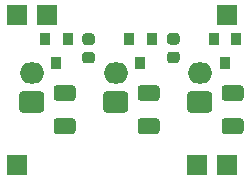
<source format=gbr>
G04 #@! TF.GenerationSoftware,KiCad,Pcbnew,(5.1.6)-1*
G04 #@! TF.CreationDate,2020-11-03T09:51:37+03:00*
G04 #@! TF.ProjectId,UlTi_driver_ext_board,556c5469-5f64-4726-9976-65725f657874,rev?*
G04 #@! TF.SameCoordinates,Original*
G04 #@! TF.FileFunction,Soldermask,Bot*
G04 #@! TF.FilePolarity,Negative*
%FSLAX46Y46*%
G04 Gerber Fmt 4.6, Leading zero omitted, Abs format (unit mm)*
G04 Created by KiCad (PCBNEW (5.1.6)-1) date 2020-11-03 09:51:37*
%MOMM*%
%LPD*%
G01*
G04 APERTURE LIST*
%ADD10O,2.100000X1.800000*%
%ADD11R,1.800000X1.800000*%
%ADD12R,0.900000X1.000000*%
G04 APERTURE END LIST*
G36*
G01*
X157968000Y-102706000D02*
X159278000Y-102706000D01*
G75*
G02*
X159548000Y-102976000I0J-270000D01*
G01*
X159548000Y-103786000D01*
G75*
G02*
X159278000Y-104056000I-270000J0D01*
G01*
X157968000Y-104056000D01*
G75*
G02*
X157698000Y-103786000I0J270000D01*
G01*
X157698000Y-102976000D01*
G75*
G02*
X157968000Y-102706000I270000J0D01*
G01*
G37*
G36*
G01*
X157968000Y-99906000D02*
X159278000Y-99906000D01*
G75*
G02*
X159548000Y-100176000I0J-270000D01*
G01*
X159548000Y-100986000D01*
G75*
G02*
X159278000Y-101256000I-270000J0D01*
G01*
X157968000Y-101256000D01*
G75*
G02*
X157698000Y-100986000I0J270000D01*
G01*
X157698000Y-100176000D01*
G75*
G02*
X157968000Y-99906000I270000J0D01*
G01*
G37*
G36*
G01*
X150856000Y-102706000D02*
X152166000Y-102706000D01*
G75*
G02*
X152436000Y-102976000I0J-270000D01*
G01*
X152436000Y-103786000D01*
G75*
G02*
X152166000Y-104056000I-270000J0D01*
G01*
X150856000Y-104056000D01*
G75*
G02*
X150586000Y-103786000I0J270000D01*
G01*
X150586000Y-102976000D01*
G75*
G02*
X150856000Y-102706000I270000J0D01*
G01*
G37*
G36*
G01*
X150856000Y-99906000D02*
X152166000Y-99906000D01*
G75*
G02*
X152436000Y-100176000I0J-270000D01*
G01*
X152436000Y-100986000D01*
G75*
G02*
X152166000Y-101256000I-270000J0D01*
G01*
X150856000Y-101256000D01*
G75*
G02*
X150586000Y-100986000I0J270000D01*
G01*
X150586000Y-100176000D01*
G75*
G02*
X150856000Y-99906000I270000J0D01*
G01*
G37*
G36*
G01*
X143744000Y-102706000D02*
X145054000Y-102706000D01*
G75*
G02*
X145324000Y-102976000I0J-270000D01*
G01*
X145324000Y-103786000D01*
G75*
G02*
X145054000Y-104056000I-270000J0D01*
G01*
X143744000Y-104056000D01*
G75*
G02*
X143474000Y-103786000I0J270000D01*
G01*
X143474000Y-102976000D01*
G75*
G02*
X143744000Y-102706000I270000J0D01*
G01*
G37*
G36*
G01*
X143744000Y-99906000D02*
X145054000Y-99906000D01*
G75*
G02*
X145324000Y-100176000I0J-270000D01*
G01*
X145324000Y-100986000D01*
G75*
G02*
X145054000Y-101256000I-270000J0D01*
G01*
X143744000Y-101256000D01*
G75*
G02*
X143474000Y-100986000I0J270000D01*
G01*
X143474000Y-100176000D01*
G75*
G02*
X143744000Y-99906000I270000J0D01*
G01*
G37*
D10*
X155829000Y-98846000D03*
G36*
G01*
X156614294Y-102246000D02*
X155043706Y-102246000D01*
G75*
G02*
X154779000Y-101981294I0J264706D01*
G01*
X154779000Y-100710706D01*
G75*
G02*
X155043706Y-100446000I264706J0D01*
G01*
X156614294Y-100446000D01*
G75*
G02*
X156879000Y-100710706I0J-264706D01*
G01*
X156879000Y-101981294D01*
G75*
G02*
X156614294Y-102246000I-264706J0D01*
G01*
G37*
X148717000Y-98846000D03*
G36*
G01*
X149502294Y-102246000D02*
X147931706Y-102246000D01*
G75*
G02*
X147667000Y-101981294I0J264706D01*
G01*
X147667000Y-100710706D01*
G75*
G02*
X147931706Y-100446000I264706J0D01*
G01*
X149502294Y-100446000D01*
G75*
G02*
X149767000Y-100710706I0J-264706D01*
G01*
X149767000Y-101981294D01*
G75*
G02*
X149502294Y-102246000I-264706J0D01*
G01*
G37*
X141605000Y-98846000D03*
G36*
G01*
X142390294Y-102246000D02*
X140819706Y-102246000D01*
G75*
G02*
X140555000Y-101981294I0J264706D01*
G01*
X140555000Y-100710706D01*
G75*
G02*
X140819706Y-100446000I264706J0D01*
G01*
X142390294Y-100446000D01*
G75*
G02*
X142655000Y-100710706I0J-264706D01*
G01*
X142655000Y-101981294D01*
G75*
G02*
X142390294Y-102246000I-264706J0D01*
G01*
G37*
D11*
X140335000Y-93980000D03*
X158115000Y-93980000D03*
X142875000Y-93980000D03*
X158115000Y-106680000D03*
X155575000Y-106680000D03*
X140335000Y-106680000D03*
G36*
G01*
X153887750Y-96474000D02*
X153325250Y-96474000D01*
G75*
G02*
X153081500Y-96230250I0J243750D01*
G01*
X153081500Y-95742750D01*
G75*
G02*
X153325250Y-95499000I243750J0D01*
G01*
X153887750Y-95499000D01*
G75*
G02*
X154131500Y-95742750I0J-243750D01*
G01*
X154131500Y-96230250D01*
G75*
G02*
X153887750Y-96474000I-243750J0D01*
G01*
G37*
G36*
G01*
X153887750Y-98049000D02*
X153325250Y-98049000D01*
G75*
G02*
X153081500Y-97805250I0J243750D01*
G01*
X153081500Y-97317750D01*
G75*
G02*
X153325250Y-97074000I243750J0D01*
G01*
X153887750Y-97074000D01*
G75*
G02*
X154131500Y-97317750I0J-243750D01*
G01*
X154131500Y-97805250D01*
G75*
G02*
X153887750Y-98049000I-243750J0D01*
G01*
G37*
G36*
G01*
X146712250Y-96499500D02*
X146149750Y-96499500D01*
G75*
G02*
X145906000Y-96255750I0J243750D01*
G01*
X145906000Y-95768250D01*
G75*
G02*
X146149750Y-95524500I243750J0D01*
G01*
X146712250Y-95524500D01*
G75*
G02*
X146956000Y-95768250I0J-243750D01*
G01*
X146956000Y-96255750D01*
G75*
G02*
X146712250Y-96499500I-243750J0D01*
G01*
G37*
G36*
G01*
X146712250Y-98074500D02*
X146149750Y-98074500D01*
G75*
G02*
X145906000Y-97830750I0J243750D01*
G01*
X145906000Y-97343250D01*
G75*
G02*
X146149750Y-97099500I243750J0D01*
G01*
X146712250Y-97099500D01*
G75*
G02*
X146956000Y-97343250I0J-243750D01*
G01*
X146956000Y-97830750D01*
G75*
G02*
X146712250Y-98074500I-243750J0D01*
G01*
G37*
D12*
X157988000Y-98028000D03*
X158938000Y-96028000D03*
X157038000Y-96028000D03*
X150815000Y-98012000D03*
X151765000Y-96012000D03*
X149865000Y-96012000D03*
X143703000Y-98012000D03*
X144653000Y-96012000D03*
X142753000Y-96012000D03*
M02*

</source>
